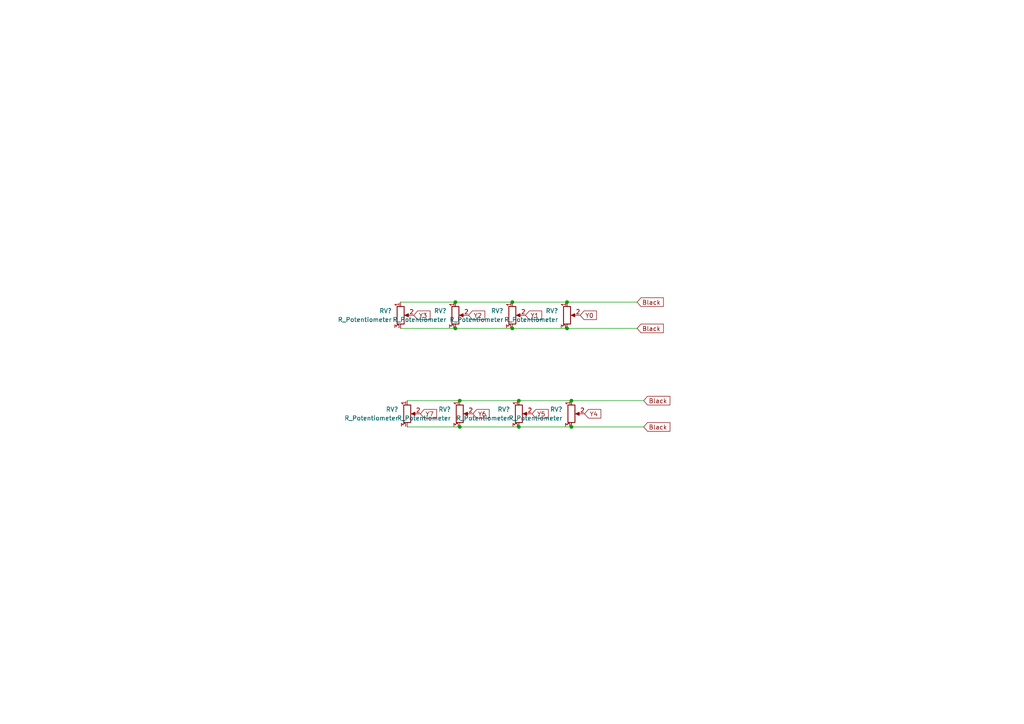
<source format=kicad_sch>
(kicad_sch (version 20211123) (generator eeschema)
  (paper "A4")
  (lib_symbols
    (symbol "Device:R_Potentiometer" (pin_names (offset 1.016) hide)
      (property "Reference" "RV" (at -4.445 0 90))
      (property "Value" "R_Potentiometer" (at -2.54 0 90))
      (symbol "R_Potentiometer_0_1"
        (polyline (pts (xy 2.54 0) (xy 1.524 0)))
        (polyline (pts (xy 1.143 0) (xy 2.286 0.508) (xy 2.286 -0.508) (xy 1.143 0)) (fill (type outline)))
        (rectangle (start 1.016 2.54) (end -1.016 -2.54) (stroke (width 0.254)))
      )
      (symbol "R_Potentiometer_1_1"
        (pin passive line (at 0 3.81 270) (length 1.27) (name "1") (number "1"))
        (pin passive line (at 3.81 0 180) (length 1.27) (name "2") (number "2"))
        (pin passive line (at 0 -3.81 90) (length 1.27) (name "3") (number "3"))
      )
    )
  )
  (junction (at 150.495 123.825))
  (junction (at 165.735 116.205))
  (junction (at 133.35 123.825))
  (junction (at 164.465 87.63))
  (junction (at 164.465 95.25))
  (junction (at 150.495 116.205))
  (junction (at 132.08 95.25))
  (junction (at 133.35 116.205))
  (junction (at 148.59 87.63))
  (junction (at 132.08 87.63))
  (junction (at 165.735 123.825))
  (junction (at 148.59 95.25))
  (wire (pts (xy 148.59 87.63) (xy 164.465 87.63)))
  (wire (pts (xy 164.465 87.63) (xy 184.785 87.63)))
  (wire (pts (xy 132.08 95.25) (xy 148.59 95.25)))
  (wire (pts (xy 133.35 116.205) (xy 150.495 116.205)))
  (wire (pts (xy 133.35 123.825) (xy 150.495 123.825)))
  (wire (pts (xy 148.59 95.25) (xy 164.465 95.25)))
  (wire (pts (xy 150.495 116.205) (xy 165.735 116.205)))
  (wire (pts (xy 150.495 123.825) (xy 165.735 123.825)))
  (wire (pts (xy 116.205 95.25) (xy 132.08 95.25)))
  (wire (pts (xy 164.465 95.25) (xy 184.785 95.25)))
  (wire (pts (xy 116.205 87.63) (xy 132.08 87.63)))
  (wire (pts (xy 132.08 87.63) (xy 148.59 87.63)))
  (wire (pts (xy 118.11 123.825) (xy 133.35 123.825)))
  (wire (pts (xy 118.11 116.205) (xy 133.35 116.205)))
  (wire (pts (xy 165.735 123.825) (xy 186.69 123.825)))
  (wire (pts (xy 165.735 116.205) (xy 186.69 116.205)))
  (global_label "Black" (shape input) (at 186.69 123.825 0) (property "Intersheet References" "${INTERSHEET_REFS}" (effects hide)))
  (global_label "Black" (shape input) (at 186.69 116.205 0) (property "Intersheet References" "${INTERSHEET_REFS}" (effects hide)))
  (global_label "Y0" (shape input) (at 168.275 91.44 0) (property "Intersheet References" "${INTERSHEET_REFS}" (effects hide)))
  (global_label "Y4" (shape input) (at 169.545 120.015 0) (property "Intersheet References" "${INTERSHEET_REFS}" (effects hide)))
  (global_label "Y1" (shape input) (at 152.4 91.44 0) (property "Intersheet References" "${INTERSHEET_REFS}" (effects hide)))
  (global_label "Y2" (shape input) (at 135.89 91.44 0) (property "Intersheet References" "${INTERSHEET_REFS}" (effects hide)))
  (global_label "Y6" (shape input) (at 137.16 120.015 0) (property "Intersheet References" "${INTERSHEET_REFS}" (effects hide)))
  (global_label "Y7" (shape input) (at 121.92 120.015 0) (property "Intersheet References" "${INTERSHEET_REFS}" (effects hide)))
  (global_label "Black" (shape input) (at 184.785 87.63 0) (property "Intersheet References" "${INTERSHEET_REFS}" (effects hide)))
  (global_label "Y5" (shape input) (at 154.305 120.015 0) (property "Intersheet References" "${INTERSHEET_REFS}" (effects hide)))
  (global_label "Y3" (shape input) (at 120.015 91.44 0) (property "Intersheet References" "${INTERSHEET_REFS}" (effects hide)))
  (global_label "Black" (shape input) (at 184.785 95.25 0) (property "Intersheet References" "${INTERSHEET_REFS}" (effects hide)))
  (symbol (lib_id "Device:R_Potentiometer") (at 118.11 120.015 0) (unit 1)
    (property "Reference" "RV?" (at 115.57 118.7449 0) (effects (justify right)))
    (property "Value" "R_Potentiometer" (at 115.57 121.2849 0) (effects (justify right)))
  )
  (symbol (lib_id "Device:R_Potentiometer") (at 133.35 120.015 0) (unit 1)
    (property "Reference" "RV?" (at 130.81 118.7449 0) (effects (justify right)))
    (property "Value" "R_Potentiometer" (at 130.81 121.2849 0) (effects (justify right)))
  )
  (symbol (lib_id "Device:R_Potentiometer") (at 164.465 91.44 0) (unit 1)
    (property "Reference" "RV?" (at 161.925 90.1699 0) (effects (justify right)))
    (property "Value" "R_Potentiometer" (at 161.925 92.7099 0) (effects (justify right)))
  )
  (symbol (lib_id "Device:R_Potentiometer") (at 132.08 91.44 0) (unit 1)
    (property "Reference" "RV?" (at 129.54 90.1699 0) (effects (justify right)))
    (property "Value" "R_Potentiometer" (at 129.54 92.7099 0) (effects (justify right)))
  )
  (symbol (lib_id "Device:R_Potentiometer") (at 148.59 91.44 0) (unit 1)
    (property "Reference" "RV?" (at 146.05 90.1699 0) (effects (justify right)))
    (property "Value" "R_Potentiometer" (at 146.05 92.7099 0) (effects (justify right)))
  )
  (symbol (lib_id "Device:R_Potentiometer") (at 150.495 120.015 0) (unit 1)
    (property "Reference" "RV?" (at 147.955 118.7449 0) (effects (justify right)))
    (property "Value" "R_Potentiometer" (at 147.955 121.2849 0) (effects (justify right)))
  )
  (symbol (lib_id "Device:R_Potentiometer") (at 165.735 120.015 0) (unit 1)
    (property "Reference" "RV?" (at 163.195 118.7449 0) (effects (justify right)))
    (property "Value" "R_Potentiometer" (at 163.195 121.2849 0) (effects (justify right)))
  )
  (symbol (lib_id "Device:R_Potentiometer") (at 116.205 91.44 0) (unit 1)
    (property "Reference" "RV?" (at 113.665 90.1699 0) (effects (justify right)))
    (property "Value" "R_Potentiometer" (at 113.665 92.7099 0) (effects (justify right)))
  )
)
</source>
